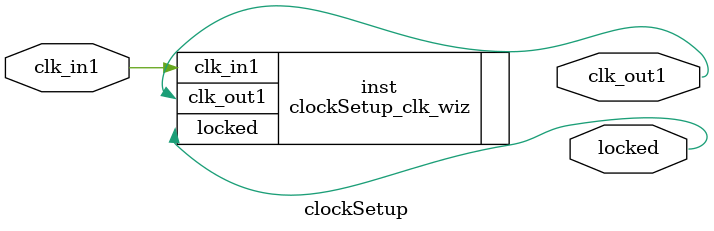
<source format=v>


`timescale 1ps/1ps

(* CORE_GENERATION_INFO = "clockSetup,clk_wiz_v6_0_9_0_0,{component_name=clockSetup,use_phase_alignment=true,use_min_o_jitter=false,use_max_i_jitter=false,use_dyn_phase_shift=false,use_inclk_switchover=false,use_dyn_reconfig=false,enable_axi=0,feedback_source=FDBK_AUTO,PRIMITIVE=MMCM,num_out_clk=1,clkin1_period=10.000,clkin2_period=10.000,use_power_down=false,use_reset=false,use_locked=true,use_inclk_stopped=false,feedback_type=SINGLE,CLOCK_MGR_TYPE=NA,manual_override=false}" *)

module clockSetup 
 (
  // Clock out ports
  output        clk_out1,
  // Status and control signals
  output        locked,
 // Clock in ports
  input         clk_in1
 );

  clockSetup_clk_wiz inst
  (
  // Clock out ports  
  .clk_out1(clk_out1),
  // Status and control signals               
  .locked(locked),
 // Clock in ports
  .clk_in1(clk_in1)
  );

endmodule

</source>
